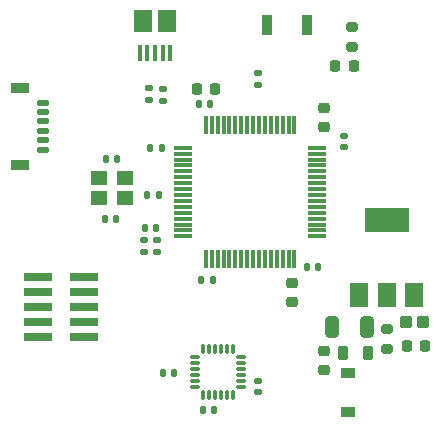
<source format=gbr>
%TF.GenerationSoftware,KiCad,Pcbnew,6.0.7-f9a2dced07~116~ubuntu22.04.1*%
%TF.CreationDate,2022-08-22T17:29:25+02:00*%
%TF.ProjectId,DroneHardware,44726f6e-6548-4617-9264-776172652e6b,rev?*%
%TF.SameCoordinates,Original*%
%TF.FileFunction,Paste,Top*%
%TF.FilePolarity,Positive*%
%FSLAX46Y46*%
G04 Gerber Fmt 4.6, Leading zero omitted, Abs format (unit mm)*
G04 Created by KiCad (PCBNEW 6.0.7-f9a2dced07~116~ubuntu22.04.1) date 2022-08-22 17:29:25*
%MOMM*%
%LPD*%
G01*
G04 APERTURE LIST*
G04 Aperture macros list*
%AMRoundRect*
0 Rectangle with rounded corners*
0 $1 Rounding radius*
0 $2 $3 $4 $5 $6 $7 $8 $9 X,Y pos of 4 corners*
0 Add a 4 corners polygon primitive as box body*
4,1,4,$2,$3,$4,$5,$6,$7,$8,$9,$2,$3,0*
0 Add four circle primitives for the rounded corners*
1,1,$1+$1,$2,$3*
1,1,$1+$1,$4,$5*
1,1,$1+$1,$6,$7*
1,1,$1+$1,$8,$9*
0 Add four rect primitives between the rounded corners*
20,1,$1+$1,$2,$3,$4,$5,0*
20,1,$1+$1,$4,$5,$6,$7,0*
20,1,$1+$1,$6,$7,$8,$9,0*
20,1,$1+$1,$8,$9,$2,$3,0*%
G04 Aperture macros list end*
%ADD10RoundRect,0.075000X-0.700000X-0.075000X0.700000X-0.075000X0.700000X0.075000X-0.700000X0.075000X0*%
%ADD11RoundRect,0.075000X-0.075000X-0.700000X0.075000X-0.700000X0.075000X0.700000X-0.075000X0.700000X0*%
%ADD12RoundRect,0.140000X0.140000X0.170000X-0.140000X0.170000X-0.140000X-0.170000X0.140000X-0.170000X0*%
%ADD13RoundRect,0.140000X0.170000X-0.140000X0.170000X0.140000X-0.170000X0.140000X-0.170000X-0.140000X0*%
%ADD14RoundRect,0.135000X-0.185000X0.135000X-0.185000X-0.135000X0.185000X-0.135000X0.185000X0.135000X0*%
%ADD15RoundRect,0.135000X0.185000X-0.135000X0.185000X0.135000X-0.185000X0.135000X-0.185000X-0.135000X0*%
%ADD16R,1.500000X2.000000*%
%ADD17R,3.800000X2.000000*%
%ADD18RoundRect,0.140000X-0.140000X-0.170000X0.140000X-0.170000X0.140000X0.170000X-0.140000X0.170000X0*%
%ADD19RoundRect,0.140000X-0.170000X0.140000X-0.170000X-0.140000X0.170000X-0.140000X0.170000X0.140000X0*%
%ADD20R,1.400000X1.200000*%
%ADD21RoundRect,0.075000X-0.075000X0.350000X-0.075000X-0.350000X0.075000X-0.350000X0.075000X0.350000X0*%
%ADD22RoundRect,0.075000X-0.350000X-0.075000X0.350000X-0.075000X0.350000X0.075000X-0.350000X0.075000X0*%
%ADD23R,0.400000X1.350000*%
%ADD24R,1.500000X1.900000*%
%ADD25RoundRect,0.225000X-0.250000X0.225000X-0.250000X-0.225000X0.250000X-0.225000X0.250000X0.225000X0*%
%ADD26RoundRect,0.125000X-0.375000X0.125000X-0.375000X-0.125000X0.375000X-0.125000X0.375000X0.125000X0*%
%ADD27RoundRect,0.225000X-0.575000X0.225000X-0.575000X-0.225000X0.575000X-0.225000X0.575000X0.225000X0*%
%ADD28RoundRect,0.218750X-0.218750X-0.256250X0.218750X-0.256250X0.218750X0.256250X-0.218750X0.256250X0*%
%ADD29RoundRect,0.200000X-0.275000X0.200000X-0.275000X-0.200000X0.275000X-0.200000X0.275000X0.200000X0*%
%ADD30RoundRect,0.135000X0.135000X0.185000X-0.135000X0.185000X-0.135000X-0.185000X0.135000X-0.185000X0*%
%ADD31RoundRect,0.218750X0.218750X0.256250X-0.218750X0.256250X-0.218750X-0.256250X0.218750X-0.256250X0*%
%ADD32RoundRect,0.218750X0.256250X-0.218750X0.256250X0.218750X-0.256250X0.218750X-0.256250X-0.218750X0*%
%ADD33R,1.200000X0.900000*%
%ADD34RoundRect,0.218750X-0.218750X-0.381250X0.218750X-0.381250X0.218750X0.381250X-0.218750X0.381250X0*%
%ADD35R,2.400000X0.740000*%
%ADD36RoundRect,0.225000X0.250000X-0.225000X0.250000X0.225000X-0.250000X0.225000X-0.250000X-0.225000X0*%
%ADD37RoundRect,0.225000X-0.225000X-0.250000X0.225000X-0.250000X0.225000X0.250000X-0.225000X0.250000X0*%
%ADD38RoundRect,0.147500X0.147500X0.172500X-0.147500X0.172500X-0.147500X-0.172500X0.147500X-0.172500X0*%
%ADD39RoundRect,0.250000X0.325000X0.650000X-0.325000X0.650000X-0.325000X-0.650000X0.325000X-0.650000X0*%
%ADD40R,0.900000X1.700000*%
%ADD41RoundRect,0.250000X0.287500X0.275000X-0.287500X0.275000X-0.287500X-0.275000X0.287500X-0.275000X0*%
G04 APERTURE END LIST*
D10*
%TO.C,U1*%
X142735000Y-95280000D03*
X142735000Y-95780000D03*
X142735000Y-96280000D03*
X142735000Y-96780000D03*
X142735000Y-97280000D03*
X142735000Y-97780000D03*
X142735000Y-98280000D03*
X142735000Y-98780000D03*
X142735000Y-99280000D03*
X142735000Y-99780000D03*
X142735000Y-100280000D03*
X142735000Y-100780000D03*
X142735000Y-101280000D03*
X142735000Y-101780000D03*
X142735000Y-102280000D03*
X142735000Y-102780000D03*
D11*
X144660000Y-104705000D03*
X145160000Y-104705000D03*
X145660000Y-104705000D03*
X146160000Y-104705000D03*
X146660000Y-104705000D03*
X147160000Y-104705000D03*
X147660000Y-104705000D03*
X148160000Y-104705000D03*
X148660000Y-104705000D03*
X149160000Y-104705000D03*
X149660000Y-104705000D03*
X150160000Y-104705000D03*
X150660000Y-104705000D03*
X151160000Y-104705000D03*
X151660000Y-104705000D03*
X152160000Y-104705000D03*
D10*
X154085000Y-102780000D03*
X154085000Y-102280000D03*
X154085000Y-101780000D03*
X154085000Y-101280000D03*
X154085000Y-100780000D03*
X154085000Y-100280000D03*
X154085000Y-99780000D03*
X154085000Y-99280000D03*
X154085000Y-98780000D03*
X154085000Y-98280000D03*
X154085000Y-97780000D03*
X154085000Y-97280000D03*
X154085000Y-96780000D03*
X154085000Y-96280000D03*
X154085000Y-95780000D03*
X154085000Y-95280000D03*
D11*
X152160000Y-93355000D03*
X151660000Y-93355000D03*
X151160000Y-93355000D03*
X150660000Y-93355000D03*
X150160000Y-93355000D03*
X149660000Y-93355000D03*
X149160000Y-93355000D03*
X148660000Y-93355000D03*
X148160000Y-93355000D03*
X147660000Y-93355000D03*
X147160000Y-93355000D03*
X146660000Y-93355000D03*
X146160000Y-93355000D03*
X145660000Y-93355000D03*
X145160000Y-93355000D03*
X144660000Y-93355000D03*
%TD*%
D12*
%TO.C,C8*%
X145240000Y-106510000D03*
X144280000Y-106510000D03*
%TD*%
D13*
%TO.C,C5*%
X156380000Y-95250000D03*
X156380000Y-94290000D03*
%TD*%
D14*
%TO.C,R201*%
X139870000Y-90240000D03*
X139870000Y-91260000D03*
%TD*%
D15*
%TO.C,R1*%
X149060000Y-89940000D03*
X149060000Y-88920000D03*
%TD*%
D16*
%TO.C,VR101*%
X157660000Y-107720000D03*
X159960000Y-107720000D03*
X162260000Y-107720000D03*
D17*
X159960000Y-101420000D03*
%TD*%
D18*
%TO.C,C6*%
X144040000Y-91600000D03*
X145000000Y-91600000D03*
%TD*%
%TO.C,C12*%
X136130000Y-101330000D03*
X137090000Y-101330000D03*
%TD*%
%TO.C,C4*%
X153218000Y-105402000D03*
X154178000Y-105402000D03*
%TD*%
D19*
%TO.C,C317*%
X149070000Y-115030000D03*
X149070000Y-115990000D03*
%TD*%
D20*
%TO.C,Y1*%
X137850000Y-97830000D03*
X135650000Y-97830000D03*
X135650000Y-99530000D03*
X137850000Y-99530000D03*
%TD*%
D21*
%TO.C,U303*%
X146950000Y-112320000D03*
X146450000Y-112320000D03*
X145950000Y-112320000D03*
X145450000Y-112320000D03*
X144950000Y-112320000D03*
X144450000Y-112320000D03*
D22*
X143750000Y-113020000D03*
X143750000Y-113520000D03*
X143750000Y-114020000D03*
X143750000Y-114520000D03*
X143750000Y-115020000D03*
X143750000Y-115520000D03*
D21*
X144450000Y-116220000D03*
X144950000Y-116220000D03*
X145450000Y-116220000D03*
X145950000Y-116220000D03*
X146450000Y-116220000D03*
X146950000Y-116220000D03*
D22*
X147650000Y-115520000D03*
X147650000Y-115020000D03*
X147650000Y-114520000D03*
X147650000Y-114020000D03*
X147650000Y-113520000D03*
X147650000Y-113020000D03*
%TD*%
D23*
%TO.C,J201*%
X141660000Y-87262500D03*
X141010000Y-87262500D03*
X140360000Y-87262500D03*
X139710000Y-87262500D03*
X139060000Y-87262500D03*
D24*
X141360000Y-84562500D03*
X139360000Y-84562500D03*
%TD*%
D12*
%TO.C,C316*%
X142000000Y-114360000D03*
X141040000Y-114360000D03*
%TD*%
D25*
%TO.C,C1*%
X151976500Y-106765000D03*
X151976500Y-108315000D03*
%TD*%
D26*
%TO.C,J204*%
X130840000Y-91450000D03*
X130840000Y-92250000D03*
X130840000Y-93050000D03*
X130840000Y-93850000D03*
X130840000Y-94650000D03*
X130840000Y-95450000D03*
D27*
X128920000Y-96700000D03*
X128920000Y-90200000D03*
%TD*%
D19*
%TO.C,C9*%
X139440000Y-103130000D03*
X139440000Y-104090000D03*
%TD*%
D28*
%TO.C,D102*%
X161652500Y-112100000D03*
X163227500Y-112100000D03*
%TD*%
D29*
%TO.C,R3*%
X157020000Y-85065000D03*
X157020000Y-86715000D03*
%TD*%
D30*
%TO.C,R2*%
X140710000Y-99280000D03*
X139690000Y-99280000D03*
%TD*%
D31*
%TO.C,D1*%
X157177500Y-88380000D03*
X155602500Y-88380000D03*
%TD*%
D32*
%TO.C,F101*%
X154700000Y-114057500D03*
X154700000Y-112482500D03*
%TD*%
D33*
%TO.C,D101*%
X156700000Y-114310000D03*
X156700000Y-117610000D03*
%TD*%
D19*
%TO.C,C10*%
X140500000Y-103110000D03*
X140500000Y-104070000D03*
%TD*%
D14*
%TO.C,R202*%
X141070000Y-90270000D03*
X141070000Y-91290000D03*
%TD*%
D34*
%TO.C,FB101*%
X156237500Y-112640000D03*
X158362500Y-112640000D03*
%TD*%
D12*
%TO.C,C11*%
X137160000Y-96220000D03*
X136200000Y-96220000D03*
%TD*%
D35*
%TO.C,J203*%
X130410000Y-106250000D03*
X134310000Y-106250000D03*
X130410000Y-107520000D03*
X134310000Y-107520000D03*
X130410000Y-108790000D03*
X134310000Y-108790000D03*
X130410000Y-110060000D03*
X134310000Y-110060000D03*
X130410000Y-111330000D03*
X134310000Y-111330000D03*
%TD*%
D36*
%TO.C,C3*%
X154660000Y-93505000D03*
X154660000Y-91955000D03*
%TD*%
D37*
%TO.C,C2*%
X143895000Y-90280000D03*
X145445000Y-90280000D03*
%TD*%
D12*
%TO.C,C7*%
X140910000Y-95290000D03*
X139950000Y-95290000D03*
%TD*%
D38*
%TO.C,L1*%
X140445000Y-102070000D03*
X139475000Y-102070000D03*
%TD*%
D18*
%TO.C,C315*%
X144430000Y-117510000D03*
X145390000Y-117510000D03*
%TD*%
D39*
%TO.C,C101*%
X158275000Y-110480000D03*
X155325000Y-110480000D03*
%TD*%
D40*
%TO.C,SW1*%
X153240000Y-84905000D03*
X149840000Y-84905000D03*
%TD*%
D41*
%TO.C,C102*%
X163072500Y-109990000D03*
X161647500Y-109990000D03*
%TD*%
D29*
%TO.C,R101*%
X159970000Y-110635000D03*
X159970000Y-112285000D03*
%TD*%
M02*

</source>
